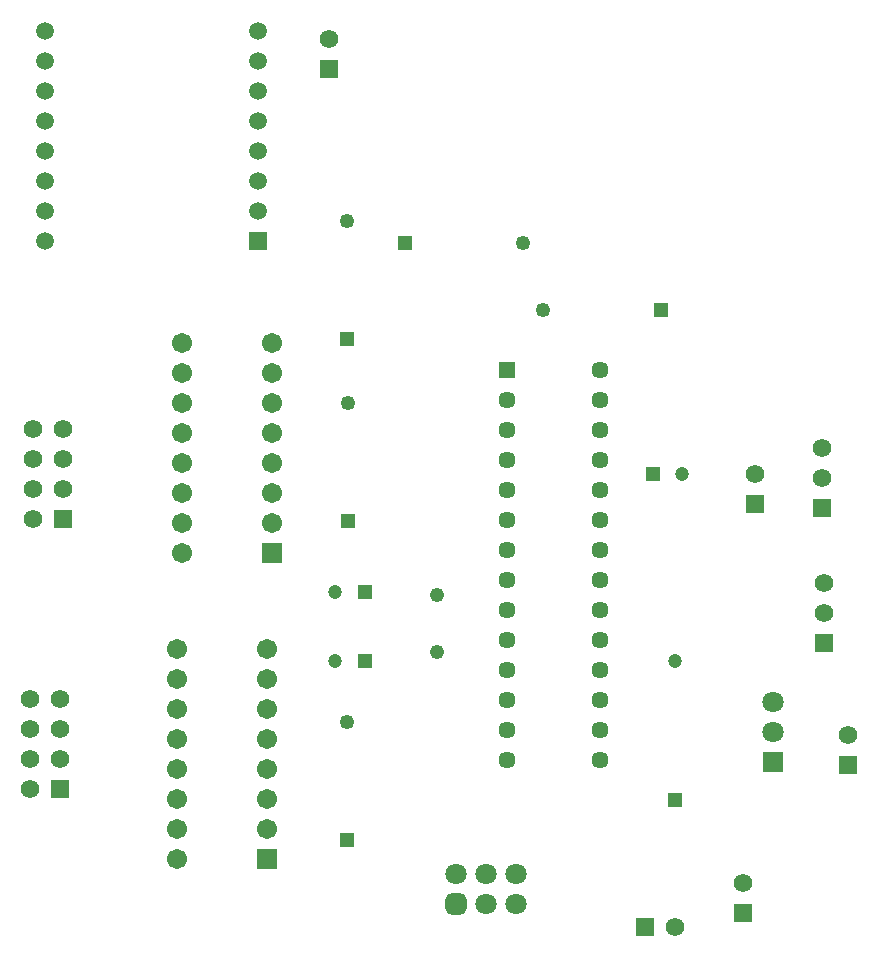
<source format=gts>
G04*
G04 #@! TF.GenerationSoftware,Altium Limited,Altium Designer,25.4.2 (15)*
G04*
G04 Layer_Color=8388736*
%FSLAX44Y44*%
%MOMM*%
G71*
G04*
G04 #@! TF.SameCoordinates,01B0A323-818B-4BD1-A514-40CDB6C32803*
G04*
G04*
G04 #@! TF.FilePolarity,Negative*
G04*
G01*
G75*
%ADD16C,1.2500*%
%ADD17R,1.2500X1.2500*%
%ADD18R,1.2500X1.2500*%
%ADD19R,1.5732X1.5732*%
%ADD20C,1.5732*%
%ADD21C,1.5112*%
%ADD22R,1.5112X1.5112*%
%ADD23C,1.8032*%
G04:AMPARAMS|DCode=24|XSize=1.8032mm|YSize=1.8032mm|CornerRadius=0.5016mm|HoleSize=0mm|Usage=FLASHONLY|Rotation=0.000|XOffset=0mm|YOffset=0mm|HoleType=Round|Shape=RoundedRectangle|*
%AMROUNDEDRECTD24*
21,1,1.8032,0.8000,0,0,0.0*
21,1,0.8000,1.8032,0,0,0.0*
1,1,1.0032,0.4000,-0.4000*
1,1,1.0032,-0.4000,-0.4000*
1,1,1.0032,-0.4000,0.4000*
1,1,1.0032,0.4000,0.4000*
%
%ADD24ROUNDEDRECTD24*%
%ADD25R,1.5732X1.5732*%
%ADD26R,1.8032X1.8032*%
%ADD27C,1.2000*%
%ADD28R,1.2000X1.2000*%
%ADD29R,1.2000X1.2000*%
%ADD30C,1.7032*%
%ADD31R,1.7032X1.7032*%
%ADD32R,1.4532X1.4532*%
%ADD33C,1.4532*%
%ADD34C,1.2332*%
D16*
X312420Y207480D02*
D03*
X313690Y477990D02*
D03*
X461480Y613410D02*
D03*
X478320Y556260D02*
D03*
X312420Y631660D02*
D03*
D17*
Y107480D02*
D03*
X313690Y377990D02*
D03*
X312420Y531660D02*
D03*
D18*
X361480Y613410D02*
D03*
X578320Y556260D02*
D03*
D19*
X716280Y274320D02*
D03*
X715010Y388620D02*
D03*
X657860Y392430D02*
D03*
X297180Y760730D02*
D03*
X647700Y45720D02*
D03*
X736600Y171450D02*
D03*
D20*
X716280Y299720D02*
D03*
Y325120D02*
D03*
X715010Y414020D02*
D03*
Y439420D02*
D03*
X657860Y417830D02*
D03*
X297180Y786130D02*
D03*
X590550Y34290D02*
D03*
X647700Y71120D02*
D03*
X736600Y196850D02*
D03*
X46990Y379730D02*
D03*
X72390Y405130D02*
D03*
X46990D02*
D03*
X72390Y430530D02*
D03*
X46990D02*
D03*
X72390Y455930D02*
D03*
X46990D02*
D03*
X44450Y151130D02*
D03*
X69850Y176530D02*
D03*
X44450D02*
D03*
X69850Y201930D02*
D03*
X44450D02*
D03*
X69850Y227330D02*
D03*
X44450D02*
D03*
D21*
X237490Y690880D02*
D03*
Y716280D02*
D03*
X57150Y690880D02*
D03*
Y716280D02*
D03*
X237490Y741680D02*
D03*
Y665480D02*
D03*
X57150D02*
D03*
Y741680D02*
D03*
X237490Y640080D02*
D03*
X57150D02*
D03*
X237490Y767080D02*
D03*
X57150D02*
D03*
Y614680D02*
D03*
X237490Y792480D02*
D03*
X57150D02*
D03*
D22*
X237490Y614680D02*
D03*
D23*
X455930Y78740D02*
D03*
Y53340D02*
D03*
X430530Y78740D02*
D03*
Y53340D02*
D03*
X405130Y78740D02*
D03*
X673100Y224790D02*
D03*
Y199390D02*
D03*
D24*
X405130Y53340D02*
D03*
D25*
X565150Y34290D02*
D03*
X72390Y379730D02*
D03*
X69850Y151130D02*
D03*
D26*
X673100Y173990D02*
D03*
D27*
X596700Y417830D02*
D03*
X590550Y259560D02*
D03*
X302660Y317500D02*
D03*
Y259080D02*
D03*
D28*
X571700Y417830D02*
D03*
X327660Y317500D02*
D03*
Y259080D02*
D03*
D29*
X590550Y141760D02*
D03*
D30*
X172720Y528320D02*
D03*
Y502920D02*
D03*
Y477520D02*
D03*
Y452120D02*
D03*
Y426720D02*
D03*
Y401320D02*
D03*
Y375920D02*
D03*
Y350520D02*
D03*
X248920Y528320D02*
D03*
Y502920D02*
D03*
Y477520D02*
D03*
Y452120D02*
D03*
Y426720D02*
D03*
Y401320D02*
D03*
Y375920D02*
D03*
X168910Y269240D02*
D03*
Y243840D02*
D03*
Y218440D02*
D03*
Y193040D02*
D03*
Y167640D02*
D03*
Y142240D02*
D03*
Y116840D02*
D03*
Y91440D02*
D03*
X245110Y269240D02*
D03*
Y243840D02*
D03*
Y218440D02*
D03*
Y193040D02*
D03*
Y167640D02*
D03*
Y142240D02*
D03*
Y116840D02*
D03*
D31*
X248920Y350520D02*
D03*
X245110Y91440D02*
D03*
D32*
X448310Y505460D02*
D03*
D33*
Y480060D02*
D03*
Y454660D02*
D03*
Y429260D02*
D03*
Y403860D02*
D03*
Y378460D02*
D03*
Y353060D02*
D03*
Y327660D02*
D03*
Y302260D02*
D03*
Y276860D02*
D03*
Y251460D02*
D03*
Y226060D02*
D03*
Y200660D02*
D03*
Y175260D02*
D03*
X527050D02*
D03*
Y200660D02*
D03*
Y226060D02*
D03*
Y251460D02*
D03*
Y276860D02*
D03*
Y302260D02*
D03*
Y327660D02*
D03*
Y353060D02*
D03*
Y378460D02*
D03*
Y403860D02*
D03*
Y429260D02*
D03*
Y454660D02*
D03*
Y480060D02*
D03*
Y505460D02*
D03*
D34*
X388620Y266700D02*
D03*
Y315500D02*
D03*
M02*

</source>
